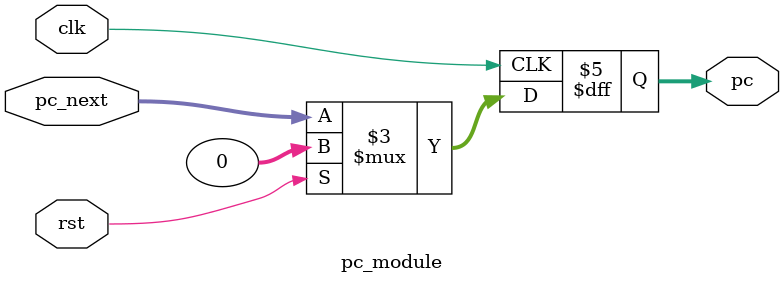
<source format=v>
module pc_module (
    input  wire        clk,      // System clock
    input  wire        rst,      // Active-low synchronous reset
    input  wire [31:0] pc_next,  // Next PC value
    output reg  [31:0] pc        // Current PC value
);

    // Program Counter register
    always @(posedge clk) begin
        if (rst)  pc <= 32'h0;   // Synchronous reset
        else      pc <= pc_next; // Normal operation
    end

endmodule
</source>
